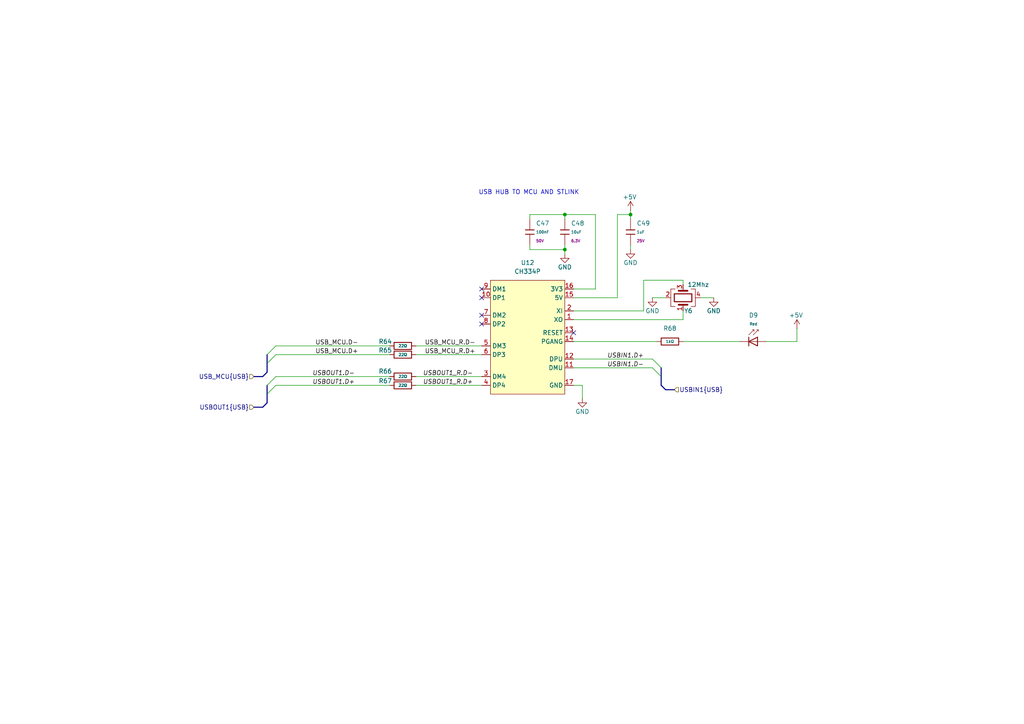
<source format=kicad_sch>
(kicad_sch (version 20231120) (generator "eeschema") (generator_version "8.0")
  (paper "A4")
  (title_block (date "2025-01-10") (rev "1.0") (company "Patryk Dudziński") (comment 1 "Referenced on desing from Artem Horiunov, Dominik Pluta"))
  (lib_symbols
    (symbol "CH334P:CH334P"
      (property "Reference" "U" (at -8.89 7.62 0))
      (property "Value" "CH334P" (at -1.27 1.27 0))
      (symbol "CH334P_1_1"
        (rectangle (start -10.16 6.35) (end 11.43 -26.67) (fill (type background)))
        (pin input line (at 13.97 -5.08 180) (length 2.54) (name "XO") (number "1"))
        (pin input line (at -12.7 1.27 0) (length 2.54) (name "DP1") (number "10"))
        (pin input line (at 13.97 -19.05 180) (length 2.54) (name "DMU") (number "11"))
        (pin input line (at 13.97 -16.51 180) (length 2.54) (name "DPU") (number "12"))
        (pin input line (at 13.97 -8.89 180) (length 2.54) (name "RESET") (number "13"))
        (pin input line (at 13.97 -11.43 180) (length 2.54) (name "PGANG") (number "14"))
        (pin input line (at 13.97 1.27 180) (length 2.54) (name "5V") (number "15"))
        (pin input line (at 13.97 3.81 180) (length 2.54) (name "3V3") (number "16"))
        (pin input line (at 13.97 -24.13 180) (length 2.54) (name "GND") (number "17"))
        (pin input line (at 13.97 -2.54 180) (length 2.54) (name "XI") (number "2"))
        (pin input line (at -12.7 -21.59 0) (length 2.54) (name "DM4") (number "3"))
        (pin input line (at -12.7 -24.13 0) (length 2.54) (name "DP4") (number "4"))
        (pin input line (at -12.7 -12.7 0) (length 2.54) (name "DM3") (number "5"))
        (pin input line (at -12.7 -15.24 0) (length 2.54) (name "DP3") (number "6"))
        (pin input line (at -12.7 -3.81 0) (length 2.54) (name "DM2") (number "7"))
        (pin input line (at -12.7 -6.35 0) (length 2.54) (name "DP2") (number "8"))
        (pin input line (at -12.7 3.81 0) (length 2.54) (name "DM1") (number "9"))
      )
    )
    (symbol "Device:Crystal_GND24" (pin_names (offset 1.016) hide)
      (property "Reference" "Y" (at 3.175 5.08 0))
      (property "Value" "Crystal_GND24" (at 3.175 3.175 0))
      (symbol "Crystal_GND24_0_1"
        (rectangle (start -1.143 2.54) (end 1.143 -2.54) (stroke (width 0.3048)))
        (polyline (pts (xy -2.54 0) (xy -2.032 0)))
        (polyline (pts (xy -2.032 -1.27) (xy -2.032 1.27)) (stroke (width 0.508)))
        (polyline (pts (xy 0 -3.81) (xy 0 -3.556)))
        (polyline (pts (xy 0 3.556) (xy 0 3.81)))
        (polyline (pts (xy 2.032 -1.27) (xy 2.032 1.27)) (stroke (width 0.508)))
        (polyline (pts (xy 2.032 0) (xy 2.54 0)))
        (polyline (pts (xy -2.54 -2.286) (xy -2.54 -3.556) (xy 2.54 -3.556) (xy 2.54 -2.286)))
        (polyline (pts (xy -2.54 2.286) (xy -2.54 3.556) (xy 2.54 3.556) (xy 2.54 2.286)))
      )
      (symbol "Crystal_GND24_1_1"
        (pin passive line (at -3.81 0 0) (length 1.27) (name "1") (number "1"))
        (pin passive line (at 0 5.08 270) (length 1.27) (name "2") (number "2"))
        (pin passive line (at 3.81 0 180) (length 1.27) (name "3") (number "3"))
        (pin passive line (at 0 -5.08 90) (length 1.27) (name "4") (number "4"))
      )
    )
    (symbol "GND_1" (power) (pin_numbers hide) (pin_names (offset 0) hide)
      (property "Value" "GND" (at 0 -3.81 0))
      (symbol "GND_1_0_1"
        (polyline (pts (xy 0 0) (xy 0 -1.27) (xy 1.27 -1.27) (xy 0 -2.54) (xy -1.27 -1.27) (xy 0 -1.27)))
      )
      (symbol "GND_1_1_1"
        (pin power_in line (at 0 0 270) (length 0) (name "~") (number "1"))
      )
    )
    (symbol "PCM_JLCPCB-Capacitors:0402,100nF,(2)" (pin_numbers hide) (pin_names (offset 0))
      (property "Reference" "C" (at 2.032 1.668 0))
      (property "Value" "100nF" (at 2.032 -0.3782 0))
      (property "Voltage Rated" "50V" (at 2.032 -2.0462 0))
      (symbol "0402,100nF,(2)_0_1"
        (polyline (pts (xy -1.27 -0.635) (xy 1.27 -0.635)) (stroke (width 0.254)))
        (polyline (pts (xy -1.27 0.635) (xy 1.27 0.635)) (stroke (width 0.254)))
      )
      (symbol "0402,100nF,(2)_1_1"
        (pin passive line (at 0 3.81 270) (length 3.175) (name "~") (number "1"))
        (pin passive line (at 0 -3.81 90) (length 3.175) (name "~") (number "2"))
      )
    )
    (symbol "PCM_JLCPCB-Capacitors:0402,10uF" (pin_numbers hide) (pin_names (offset 0))
      (property "Reference" "C" (at 2.032 1.668 0))
      (property "Value" "10uF" (at 2.032 -0.3782 0))
      (property "Voltage Rated" "6.3V" (at 2.032 -2.0462 0))
      (symbol "0402,10uF_0_1"
        (polyline (pts (xy -1.27 -0.635) (xy 1.27 -0.635)) (stroke (width 0.254)))
        (polyline (pts (xy -1.27 0.635) (xy 1.27 0.635)) (stroke (width 0.254)))
      )
      (symbol "0402,10uF_1_1"
        (pin passive line (at 0 3.81 270) (length 3.175) (name "~") (number "1"))
        (pin passive line (at 0 -3.81 90) (length 3.175) (name "~") (number "2"))
      )
    )
    (symbol "PCM_JLCPCB-Capacitors:0402,1uF" (pin_numbers hide) (pin_names (offset 0))
      (property "Reference" "C" (at 2.032 1.668 0))
      (property "Value" "1uF" (at 2.032 -0.3782 0))
      (property "Voltage Rated" "25V" (at 2.032 -2.0462 0))
      (symbol "0402,1uF_0_1"
        (polyline (pts (xy -1.27 -0.635) (xy 1.27 -0.635)) (stroke (width 0.254)))
        (polyline (pts (xy -1.27 0.635) (xy 1.27 0.635)) (stroke (width 0.254)))
      )
      (symbol "0402,1uF_1_1"
        (pin passive line (at 0 3.81 270) (length 3.175) (name "~") (number "1"))
        (pin passive line (at 0 -3.81 90) (length 3.175) (name "~") (number "2"))
      )
    )
    (symbol "PCM_JLCPCB-Diodes:LED,0603,Red" (pin_numbers hide) (pin_names (offset 0))
      (property "Reference" "D" (at 2.032 0.834 0))
      (property "Value" "Red" (at 2.032 -1.2122 0))
      (symbol "LED,0603,Red_0_1"
        (polyline (pts (xy -1.27 -1.27) (xy 1.27 -1.27)) (stroke (width 0.254)))
        (polyline (pts (xy -1.27 1.27) (xy 0 -1.27) (xy 1.27 1.27) (xy -1.27 1.27)) (stroke (width 0.254)))
        (polyline (pts (xy -1.905 -1.27) (xy -3.429 0.254) (xy -3.429 -0.254) (xy -3.429 0.254) (xy -2.921 0.254)) (stroke (width 0.127)))
        (polyline (pts (xy -1.905 0) (xy -3.429 1.524) (xy -3.429 1.016) (xy -3.429 1.524) (xy -2.921 1.524)) (stroke (width 0.127)))
      )
      (symbol "LED,0603,Red_1_1"
        (pin passive line (at 0 -3.81 90) (length 3.81) (name "~") (number "1"))
        (pin passive line (at 0 3.81 270) (length 3.81) (name "~") (number "2"))
      )
    )
    (symbol "PCM_JLCPCB-Resistors:0402,1kΩ" (pin_numbers hide) (pin_names (offset 0))
      (property "Reference" "R" (at 1.778 0 0))
      (property "Value" "1kΩ" (at 0 0 90))
      (symbol "0402,1kΩ_0_1"
        (rectangle (start -1.016 2.54) (end 1.016 -2.54) (stroke (width 0.254)))
      )
      (symbol "0402,1kΩ_1_1"
        (pin passive line (at 0 3.81 270) (length 1.27) (name "~") (number "1"))
        (pin passive line (at 0 -3.81 90) (length 1.27) (name "~") (number "2"))
      )
    )
    (symbol "PCM_JLCPCB-Resistors:0402,22Ω" (pin_numbers hide) (pin_names (offset 0))
      (property "Reference" "R" (at 1.778 0 0))
      (property "Value" "22Ω" (at 0 0 90))
      (symbol "0402,22Ω_0_1"
        (rectangle (start -1.016 2.54) (end 1.016 -2.54) (stroke (width 0.254)))
      )
      (symbol "0402,22Ω_1_1"
        (pin passive line (at 0 3.81 270) (length 1.27) (name "~") (number "1"))
        (pin passive line (at 0 -3.81 90) (length 1.27) (name "~") (number "2"))
      )
    )
    (symbol "power:+5V" (power) (pin_numbers hide) (pin_names (offset 0) hide)
      (property "Value" "+5V" (at 0 3.556 0))
      (symbol "+5V_0_1"
        (polyline (pts (xy -0.762 1.27) (xy 0 2.54)))
        (polyline (pts (xy 0 0) (xy 0 2.54)))
        (polyline (pts (xy 0 2.54) (xy 0.762 1.27)))
      )
      (symbol "+5V_1_1"
        (pin power_in line (at 0 0 90) (length 0) (name "~") (number "1"))
      )
    )
    (symbol "power:GND" (power) (pin_names (offset 0))
      (property "Value" "GND" (at 0 -3.81 0))
      (symbol "GND_0_1"
        (polyline (pts (xy 0 0) (xy 0 -1.27) (xy 1.27 -1.27) (xy 0 -2.54) (xy -1.27 -1.27) (xy 0 -1.27)))
      )
      (symbol "GND_1_1"
        (pin power_in line (at 0 0 270) (length 0) hide (name "GND") (number "1"))
      )
    )
  )
  (junction (at 163.83 62.23))
  (junction (at 163.83 72.39))
  (junction (at 182.88 62.23))
  (no_connect (at 166.37 96.52))
  (no_connect (at 139.7 83.82))
  (no_connect (at 139.7 93.98))
  (no_connect (at 139.7 86.36))
  (no_connect (at 139.7 91.44))
  (bus_entry (at 80.01 109.22) (size -2.54 2.54))
  (bus_entry (at 80.01 111.76) (size -2.54 2.54))
  (bus_entry (at 191.77 109.22) (size -2.54 -2.54))
  (bus_entry (at 191.77 106.68) (size -2.54 -2.54))
  (bus_entry (at 80.01 100.33) (size -2.54 2.54))
  (bus_entry (at 80.01 102.87) (size -2.54 2.54))
  (wire (pts (xy 120.65 109.22) (xy 139.7 109.22)))
  (wire (pts (xy 120.65 100.33) (xy 139.7 100.33)))
  (wire (pts (xy 172.72 62.23) (xy 172.72 83.82)))
  (wire (pts (xy 189.23 86.36) (xy 193.04 86.36)))
  (wire (pts (xy 203.2 86.36) (xy 207.01 86.36)))
  (bus (pts (xy 77.47 102.87) (xy 77.47 105.41)))
  (wire (pts (xy 80.01 100.33) (xy 113.03 100.33)))
  (bus (pts (xy 77.47 111.76) (xy 77.47 114.3)))
  (wire (pts (xy 166.37 92.71) (xy 198.12 92.71)))
  (bus (pts (xy 73.66 118.11) (xy 76.2 118.11)))
  (wire (pts (xy 166.37 86.36) (xy 179.07 86.36)))
  (wire (pts (xy 182.88 63.5) (xy 182.88 62.23)))
  (bus (pts (xy 191.77 109.22) (xy 191.77 111.76)))
  (wire (pts (xy 80.01 109.22) (xy 113.03 109.22)))
  (wire (pts (xy 80.01 102.87) (xy 113.03 102.87)))
  (wire (pts (xy 168.91 115.57) (xy 168.91 111.76)))
  (wire (pts (xy 179.07 62.23) (xy 179.07 86.36)))
  (wire (pts (xy 153.67 72.39) (xy 153.67 71.12)))
  (wire (pts (xy 166.37 83.82) (xy 172.72 83.82)))
  (wire (pts (xy 231.14 99.06) (xy 231.14 95.25)))
  (bus (pts (xy 77.47 114.3) (xy 77.47 116.84)))
  (wire (pts (xy 179.07 62.23) (xy 182.88 62.23)))
  (wire (pts (xy 166.37 99.06) (xy 190.5 99.06)))
  (bus (pts (xy 73.66 109.22) (xy 76.2 109.22)))
  (wire (pts (xy 182.88 60.96) (xy 182.88 62.23)))
  (wire (pts (xy 198.12 81.28) (xy 198.12 82.55)))
  (wire (pts (xy 182.88 71.12) (xy 182.88 72.39)))
  (wire (pts (xy 186.69 81.28) (xy 186.69 90.17)))
  (wire (pts (xy 222.25 99.06) (xy 231.14 99.06)))
  (wire (pts (xy 198.12 99.06) (xy 214.63 99.06)))
  (wire (pts (xy 120.65 111.76) (xy 139.7 111.76)))
  (bus (pts (xy 191.77 106.68) (xy 191.77 109.22)))
  (wire (pts (xy 163.83 71.12) (xy 163.83 72.39)))
  (wire (pts (xy 153.67 62.23) (xy 163.83 62.23)))
  (wire (pts (xy 163.83 63.5) (xy 163.83 62.23)))
  (bus (pts (xy 77.47 105.41) (xy 77.47 107.95)))
  (wire (pts (xy 163.83 72.39) (xy 163.83 73.66)))
  (wire (pts (xy 166.37 104.14) (xy 189.23 104.14)))
  (wire (pts (xy 168.91 111.76) (xy 166.37 111.76)))
  (wire (pts (xy 120.65 102.87) (xy 139.7 102.87)))
  (wire (pts (xy 166.37 90.17) (xy 186.69 90.17)))
  (wire (pts (xy 198.12 90.17) (xy 198.12 92.71)))
  (bus (pts (xy 193.04 113.03) (xy 195.58 113.03)))
  (bus (pts (xy 77.47 107.95) (xy 76.2 109.22)))
  (wire (pts (xy 186.69 81.28) (xy 198.12 81.28)))
  (wire (pts (xy 80.01 111.76) (xy 113.03 111.76)))
  (wire (pts (xy 153.67 62.23) (xy 153.67 63.5)))
  (bus (pts (xy 77.47 116.84) (xy 76.2 118.11)))
  (wire (pts (xy 166.37 106.68) (xy 189.23 106.68)))
  (bus (pts (xy 193.04 113.03) (xy 191.77 111.76)))
  (wire (pts (xy 153.67 72.39) (xy 163.83 72.39)))
  (wire (pts (xy 172.72 62.23) (xy 163.83 62.23)))
  (text "USB HUB TO MCU AND STLINK" (at 153.416 55.88 0) (effects (font (size 1.27 1.27))))
  (label "USBOUT1.D+" (at 102.87 111.76 180) (effects (font (italic yes))))
  (label "USBOUT1_R.D+" (at 137.16 111.76 180) (effects (font (italic yes))))
  (label "USBOUT1.D-" (at 102.87 109.22 180) (effects (font (italic yes))))
  (label "USB_MCU.D-" (at 91.44 100.33 0))
  (label "USB_MCU_R.D-" (at 123.19 100.33 0))
  (label "USBIN1.D-" (at 186.69 106.68 180) (effects (font (italic yes))))
  (label "USBIN1.D+" (at 186.69 104.14 180) (effects (font (italic yes))))
  (label "USB_MCU_R.D+" (at 123.19 102.87 0))
  (label "USB_MCU.D+" (at 91.44 102.87 0))
  (label "USBOUT1_R.D-" (at 137.16 109.22 180) (effects (font (italic yes))))
  (hierarchical_label "USBIN1{USB}" (shape input) (at 195.58 113.03 0))
  (hierarchical_label "USB_MCU{USB}" (shape input) (at 73.66 109.22 180))
  (hierarchical_label "USBOUT1{USB}" (shape input) (at 73.66 118.11 180))
  (symbol (lib_id "PCM_JLCPCB-Capacitors:0402,1uF") (at 182.88 67.31 0) (unit 1)
    (property "Reference" "C49" (at 184.658 64.77 0) (effects (justify left)))
    (property "Value" "1uF" (at 184.658 67.3101 0) (effects (font (size 0.8 0.8)) (justify left)))
    (property "Footprint" "PCM_JLCPCB:C_0402" (effects (hide yes)))
    (property "Datasheet" "https://www.lcsc.com/datasheet/lcsc_datasheet_2304140030_Samsung-Electro-Mechanics-CL05A105KA5NQNC_C52923.pdf" (effects (hide yes)))
    (property "Description" "25V 1uF X5R ±10% 0402 Multilayer Ceramic Capacitors MLCC - SMD/SMT ROHS" (effects (hide yes)))
    (property "LCSC" "C52923" (effects (hide yes)))
    (property "Stock" "6814914" (effects (hide yes)))
    (property "Price" "0.006USD" (effects (hide yes)))
    (property "Process" "SMT" (effects (hide yes)))
    (property "Minimum Qty" "20" (effects (hide yes)))
    (property "Attrition Qty" "10" (effects (hide yes)))
    (property "Class" "Basic Component" (effects (hide yes)))
    (property "Category" "Capacitors,Multilayer Ceramic Capacitors MLCC - SMD/SMT" (effects (hide yes)))
    (property "Manufacturer" "Samsung Electro-Mechanics" (effects (hide yes)))
    (property "Part" "CL05A105KA5NQNC" (effects (hide yes)))
    (property "Voltage Rated" "25V" (at 184.658 69.8501 0) (effects (font (size 0.8 0.8)) (justify left)))
    (property "Tolerance" "±10%" (effects (hide yes)))
    (property "Capacitance" "1uF" (effects (hide yes)))
    (property "Temperature Coefficient" "X5R" (effects (hide yes)))
  )
  (symbol (lib_id "power:GND") (at 207.01 86.36 0) (unit 1)
    (property "Reference" "#PWR0114" (effects (hide yes)))
    (property "Value" "GND" (at 207.01 90.17 0))
  )
  (symbol (lib_id "CH334P:CH334P") (at 152.4 87.63 0) (unit 1)
    (property "Reference" "U12" (at 153.035 76.2 0))
    (property "Value" "CH334P" (at 153.035 78.74 0))
    (property "Footprint" "Package_DFN_QFN:QFN-16-1EP_3x3mm_P0.5mm_EP1.7x1.7mm" (effects (hide yes)))
    (property "Datasheet" "https://www.lcsc.com/datasheet/lcsc_datasheet_2408131044_WCH-Jiangsu-Qin-Heng-CH334P_C5373042.pdf" (effects (hide yes)))
    (property "Description" "4 Port Hub with MTT" (effects (hide yes)))
  )
  (symbol (lib_id "PCM_JLCPCB-Capacitors:0402,100nF,(2)") (at 153.67 67.31 0) (unit 1)
    (property "Reference" "C47" (at 155.448 64.7699 0) (effects (justify left)))
    (property "Value" "100nF" (at 155.448 67.31 0) (effects (font (size 0.8 0.8)) (justify left)))
    (property "Footprint" "PCM_JLCPCB:C_0402" (effects (hide yes)))
    (property "Datasheet" "https://www.lcsc.com/datasheet/lcsc_datasheet_2304140030_Samsung-Electro-Mechanics-CL05B104KB54PNC_C307331.pdf" (effects (hide yes)))
    (property "Description" "50V 100nF X7R ±10% 0402 Multilayer Ceramic Capacitors MLCC - SMD/SMT ROHS" (effects (hide yes)))
    (property "LCSC" "C307331" (effects (hide yes)))
    (property "Stock" "3851753" (effects (hide yes)))
    (property "Price" "0.008USD" (effects (hide yes)))
    (property "Process" "SMT" (effects (hide yes)))
    (property "Minimum Qty" "20" (effects (hide yes)))
    (property "Attrition Qty" "10" (effects (hide yes)))
    (property "Class" "Basic Component" (effects (hide yes)))
    (property "Category" "Capacitors,Multilayer Ceramic Capacitors MLCC - SMD/SMT" (effects (hide yes)))
    (property "Manufacturer" "Samsung Electro-Mechanics" (effects (hide yes)))
    (property "Part" "CL05B104KB54PNC" (effects (hide yes)))
    (property "Voltage Rated" "50V" (at 155.448 69.85 0) (effects (font (size 0.8 0.8)) (justify left)))
    (property "Tolerance" "±10%" (effects (hide yes)))
    (property "Capacitance" "100nF" (effects (hide yes)))
    (property "Temperature Coefficient" "X7R" (effects (hide yes)))
  )
  (symbol (lib_id "power:GND") (at 189.23 86.36 0) (unit 1)
    (property "Reference" "#PWR0113" (effects (hide yes)))
    (property "Value" "GND" (at 189.23 90.17 0))
  )
  (symbol (lib_id "Device:Crystal_GND24") (at 198.12 86.36 90) (unit 1)
    (property "Reference" "Y6" (at 198.374 90.17 90) (effects (justify right)))
    (property "Value" "12Mhz" (at 199.39 82.55 90) (effects (justify right)))
    (property "Footprint" "Crystal:Crystal_SMD_3225-4Pin_3.2x2.5mm" (effects (hide yes)))
  )
  (symbol (lib_id "PCM_JLCPCB-Resistors:0402,22Ω") (at 116.84 109.22 90) (unit 1)
    (property "Reference" "R66" (at 111.76 107.696 90))
    (property "Value" "22Ω" (at 116.84 109.22 90) (effects (font (size 0.8 0.8))))
    (property "Footprint" "PCM_JLCPCB:R_0402" (effects (hide yes)))
    (property "Datasheet" "https://www.lcsc.com/datasheet/lcsc_datasheet_2205311900_UNI-ROYAL-Uniroyal-Elec-0402WGF220JTCE_C25092.pdf" (effects (hide yes)))
    (property "Description" "62.5mW Thick Film Resistors 50V ±1% ±100ppm/°C 22Ω 0402 Chip Resistor - Surface Mount ROHS" (effects (hide yes)))
    (property "LCSC" "C25092" (effects (hide yes)))
    (property "Stock" "2497993" (effects (hide yes)))
    (property "Price" "0.004USD" (effects (hide yes)))
    (property "Process" "SMT" (effects (hide yes)))
    (property "Minimum Qty" "20" (effects (hide yes)))
    (property "Attrition Qty" "10" (effects (hide yes)))
    (property "Class" "Basic Component" (effects (hide yes)))
    (property "Category" "Resistors,Chip Resistor - Surface Mount" (effects (hide yes)))
    (property "Manufacturer" "UNI-ROYAL(Uniroyal Elec)" (effects (hide yes)))
    (property "Part" "0402WGF220JTCE" (effects (hide yes)))
    (property "Resistance" "22Ω" (effects (hide yes)))
    (property "Power(Watts)" "62.5mW" (effects (hide yes)))
    (property "Type" "Thick Film Resistors" (effects (hide yes)))
    (property "Overload Voltage (Max)" "50V" (effects (hide yes)))
    (property "Operating Temperature Range" "-55°C~+155°C" (effects (hide yes)))
    (property "Tolerance" "±1%" (effects (hide yes)))
    (property "Temperature Coefficient" "±100ppm/°C" (effects (hide yes)))
  )
  (symbol (lib_id "PCM_JLCPCB-Resistors:0402,1kΩ") (at 194.31 99.06 90) (unit 1)
    (property "Reference" "R68" (at 194.31 95.25 90))
    (property "Value" "1kΩ" (at 194.31 99.06 90) (effects (font (size 0.8 0.8))))
    (property "Footprint" "PCM_JLCPCB:R_0402" (effects (hide yes)))
    (property "Datasheet" "https://www.lcsc.com/datasheet/lcsc_datasheet_2206010216_UNI-ROYAL-Uniroyal-Elec-0402WGF1001TCE_C11702.pdf" (effects (hide yes)))
    (property "Description" "62.5mW Thick Film Resistors 50V ±100ppm/°C ±1% 1kΩ 0402 Chip Resistor - Surface Mount ROHS" (effects (hide yes)))
    (property "LCSC" "C11702" (effects (hide yes)))
    (property "Stock" "10672962" (effects (hide yes)))
    (property "Price" "0.004USD" (effects (hide yes)))
    (property "Process" "SMT" (effects (hide yes)))
    (property "Minimum Qty" "20" (effects (hide yes)))
    (property "Attrition Qty" "10" (effects (hide yes)))
    (property "Class" "Basic Component" (effects (hide yes)))
    (property "Category" "Resistors,Chip Resistor - Surface Mount" (effects (hide yes)))
    (property "Manufacturer" "UNI-ROYAL(Uniroyal Elec)" (effects (hide yes)))
    (property "Part" "0402WGF1001TCE" (effects (hide yes)))
    (property "Resistance" "1kΩ" (effects (hide yes)))
    (property "Power(Watts)" "62.5mW" (effects (hide yes)))
    (property "Type" "Thick Film Resistors" (effects (hide yes)))
    (property "Overload Voltage (Max)" "50V" (effects (hide yes)))
    (property "Operating Temperature Range" "-55°C~+155°C" (effects (hide yes)))
    (property "Tolerance" "±1%" (effects (hide yes)))
    (property "Temperature Coefficient" "±100ppm/°C" (effects (hide yes)))
  )
  (symbol (lib_id "power:+5V") (at 182.88 60.96 0) (unit 1)
    (property "Reference" "#PWR0111" (effects (hide yes)))
    (property "Value" "+5V" (at 182.626 57.15 0))
    (property "Description" "Power symbol creates a global label with name \"+5V\"" (effects (hide yes)))
  )
  (symbol (lib_id "PCM_JLCPCB-Resistors:0402,22Ω") (at 116.84 100.33 90) (unit 1)
    (property "Reference" "R64" (at 111.76 99.06 90))
    (property "Value" "22Ω" (at 116.84 100.33 90) (effects (font (size 0.8 0.8))))
    (property "Footprint" "PCM_JLCPCB:R_0402" (effects (hide yes)))
    (property "Datasheet" "https://www.lcsc.com/datasheet/lcsc_datasheet_2205311900_UNI-ROYAL-Uniroyal-Elec-0402WGF220JTCE_C25092.pdf" (effects (hide yes)))
    (property "Description" "62.5mW Thick Film Resistors 50V ±1% ±100ppm/°C 22Ω 0402 Chip Resistor - Surface Mount ROHS" (effects (hide yes)))
    (property "LCSC" "C25092" (effects (hide yes)))
    (property "Stock" "2497993" (effects (hide yes)))
    (property "Price" "0.004USD" (effects (hide yes)))
    (property "Process" "SMT" (effects (hide yes)))
    (property "Minimum Qty" "20" (effects (hide yes)))
    (property "Attrition Qty" "10" (effects (hide yes)))
    (property "Class" "Basic Component" (effects (hide yes)))
    (property "Category" "Resistors,Chip Resistor - Surface Mount" (effects (hide yes)))
    (property "Manufacturer" "UNI-ROYAL(Uniroyal Elec)" (effects (hide yes)))
    (property "Part" "0402WGF220JTCE" (effects (hide yes)))
    (property "Resistance" "22Ω" (effects (hide yes)))
    (property "Power(Watts)" "62.5mW" (effects (hide yes)))
    (property "Type" "Thick Film Resistors" (effects (hide yes)))
    (property "Overload Voltage (Max)" "50V" (effects (hide yes)))
    (property "Operating Temperature Range" "-55°C~+155°C" (effects (hide yes)))
    (property "Tolerance" "±1%" (effects (hide yes)))
    (property "Temperature Coefficient" "±100ppm/°C" (effects (hide yes)))
  )
  (symbol (lib_id "PCM_JLCPCB-Resistors:0402,22Ω") (at 116.84 102.87 90) (unit 1)
    (property "Reference" "R65" (at 111.76 101.6 90))
    (property "Value" "22Ω" (at 116.84 102.87 90) (effects (font (size 0.8 0.8))))
    (property "Footprint" "PCM_JLCPCB:R_0402" (effects (hide yes)))
    (property "Datasheet" "https://www.lcsc.com/datasheet/lcsc_datasheet_2205311900_UNI-ROYAL-Uniroyal-Elec-0402WGF220JTCE_C25092.pdf" (effects (hide yes)))
    (property "Description" "62.5mW Thick Film Resistors 50V ±1% ±100ppm/°C 22Ω 0402 Chip Resistor - Surface Mount ROHS" (effects (hide yes)))
    (property "LCSC" "C25092" (effects (hide yes)))
    (property "Stock" "2497993" (effects (hide yes)))
    (property "Price" "0.004USD" (effects (hide yes)))
    (property "Process" "SMT" (effects (hide yes)))
    (property "Minimum Qty" "20" (effects (hide yes)))
    (property "Attrition Qty" "10" (effects (hide yes)))
    (property "Class" "Basic Component" (effects (hide yes)))
    (property "Category" "Resistors,Chip Resistor - Surface Mount" (effects (hide yes)))
    (property "Manufacturer" "UNI-ROYAL(Uniroyal Elec)" (effects (hide yes)))
    (property "Part" "0402WGF220JTCE" (effects (hide yes)))
    (property "Resistance" "22Ω" (effects (hide yes)))
    (property "Power(Watts)" "62.5mW" (effects (hide yes)))
    (property "Type" "Thick Film Resistors" (effects (hide yes)))
    (property "Overload Voltage (Max)" "50V" (effects (hide yes)))
    (property "Operating Temperature Range" "-55°C~+155°C" (effects (hide yes)))
    (property "Tolerance" "±1%" (effects (hide yes)))
    (property "Temperature Coefficient" "±100ppm/°C" (effects (hide yes)))
  )
  (symbol (lib_id "PCM_JLCPCB-Diodes:LED,0603,Red") (at 218.44 99.06 270) (unit 1)
    (property "Reference" "D9" (at 218.5352 91.44 90))
    (property "Value" "Red" (at 218.5352 93.98 90) (effects (font (size 0.8 0.8))))
    (property "Footprint" "PCM_JLCPCB:D_0603" (effects (hide yes)))
    (property "Datasheet" "https://www.lcsc.com/datasheet/lcsc_datasheet_1810231112_Hubei-KENTO-Elec-KT-0603R_C2286.pdf" (effects (hide yes)))
    (property "Description" "-40°C~+85°C Red 0603 LED Indication - Discrete ROHS" (effects (hide yes)))
    (property "LCSC" "C2286" (effects (hide yes)))
    (property "Stock" "2282993" (effects (hide yes)))
    (property "Price" "0.009USD" (effects (hide yes)))
    (property "Process" "SMT" (effects (hide yes)))
    (property "Minimum Qty" "20" (effects (hide yes)))
    (property "Attrition Qty" "6" (effects (hide yes)))
    (property "Class" "Basic Component" (effects (hide yes)))
    (property "Category" "Optocouplers & LEDs & Infrared,Light Emitting Diodes (LED)" (effects (hide yes)))
    (property "Manufacturer" "Hubei KENTO Elec" (effects (hide yes)))
    (property "Part" "KT-0603R" (effects (hide yes)))
  )
  (symbol (lib_name "GND_1") (lib_id "power:GND") (at 168.91 115.57 0) (unit 1)
    (property "Reference" "#PWR0110" (effects (hide yes)))
    (property "Value" "GND" (at 168.91 119.38 0))
    (property "Description" "Power symbol creates a global label with name \"GND\" , ground" (effects (hide yes)))
  )
  (symbol (lib_id "PCM_JLCPCB-Capacitors:0402,10uF") (at 163.83 67.31 0) (unit 1)
    (property "Reference" "C48" (at 165.608 64.7699 0) (effects (justify left)))
    (property "Value" "10uF" (at 165.608 67.31 0) (effects (font (size 0.8 0.8)) (justify left)))
    (property "Footprint" "PCM_JLCPCB:C_0402" (effects (hide yes)))
    (property "Datasheet" "https://www.lcsc.com/datasheet/lcsc_datasheet_2208231630_Samsung-Electro-Mechanics-CL05A106MQ5NUNC_C15525.pdf" (effects (hide yes)))
    (property "Description" "6.3V 10uF X5R ±20% 0402 Multilayer Ceramic Capacitors MLCC - SMD/SMT ROHS" (effects (hide yes)))
    (property "LCSC" "C15525" (effects (hide yes)))
    (property "Stock" "7825129" (effects (hide yes)))
    (property "Price" "0.007USD" (effects (hide yes)))
    (property "Process" "SMT" (effects (hide yes)))
    (property "Minimum Qty" "20" (effects (hide yes)))
    (property "Attrition Qty" "10" (effects (hide yes)))
    (property "Class" "Basic Component" (effects (hide yes)))
    (property "Category" "Capacitors,Multilayer Ceramic Capacitors MLCC - SMD/SMT" (effects (hide yes)))
    (property "Manufacturer" "Samsung Electro-Mechanics" (effects (hide yes)))
    (property "Part" "CL05A106MQ5NUNC" (effects (hide yes)))
    (property "Voltage Rated" "6.3V" (at 165.608 69.85 0) (effects (font (size 0.8 0.8)) (justify left)))
    (property "Tolerance" "±20%" (effects (hide yes)))
    (property "Capacitance" "10uF" (effects (hide yes)))
    (property "Temperature Coefficient" "X5R" (effects (hide yes)))
  )
  (symbol (lib_id "power:+5V") (at 231.14 95.25 0) (unit 1)
    (property "Reference" "#PWR0115" (effects (hide yes)))
    (property "Value" "+5V" (at 230.886 91.44 0))
    (property "Description" "Power symbol creates a global label with name \"+5V\"" (effects (hide yes)))
  )
  (symbol (lib_id "PCM_JLCPCB-Resistors:0402,22Ω") (at 116.84 111.76 90) (unit 1)
    (property "Reference" "R67" (at 111.76 110.49 90))
    (property "Value" "22Ω" (at 116.84 111.76 90) (effects (font (size 0.8 0.8))))
    (property "Footprint" "PCM_JLCPCB:R_0402" (effects (hide yes)))
    (property "Datasheet" "https://www.lcsc.com/datasheet/lcsc_datasheet_2205311900_UNI-ROYAL-Uniroyal-Elec-0402WGF220JTCE_C25092.pdf" (effects (hide yes)))
    (property "Description" "62.5mW Thick Film Resistors 50V ±1% ±100ppm/°C 22Ω 0402 Chip Resistor - Surface Mount ROHS" (effects (hide yes)))
    (property "LCSC" "C25092" (effects (hide yes)))
    (property "Stock" "2497993" (effects (hide yes)))
    (property "Price" "0.004USD" (effects (hide yes)))
    (property "Process" "SMT" (effects (hide yes)))
    (property "Minimum Qty" "20" (effects (hide yes)))
    (property "Attrition Qty" "10" (effects (hide yes)))
    (property "Class" "Basic Component" (effects (hide yes)))
    (property "Category" "Resistors,Chip Resistor - Surface Mount" (effects (hide yes)))
    (property "Manufacturer" "UNI-ROYAL(Uniroyal Elec)" (effects (hide yes)))
    (property "Part" "0402WGF220JTCE" (effects (hide yes)))
    (property "Resistance" "22Ω" (effects (hide yes)))
    (property "Power(Watts)" "62.5mW" (effects (hide yes)))
    (property "Type" "Thick Film Resistors" (effects (hide yes)))
    (property "Overload Voltage (Max)" "50V" (effects (hide yes)))
    (property "Operating Temperature Range" "-55°C~+155°C" (effects (hide yes)))
    (property "Tolerance" "±1%" (effects (hide yes)))
    (property "Temperature Coefficient" "±100ppm/°C" (effects (hide yes)))
  )
  (symbol (lib_id "power:GND") (at 163.83 73.66 0) (unit 1)
    (property "Reference" "#PWR0109" (effects (hide yes)))
    (property "Value" "GND" (at 163.83 77.47 0))
  )
  (symbol (lib_id "power:GND") (at 182.88 72.39 0) (mirror y) (unit 1)
    (property "Reference" "#PWR0112" (effects (hide yes)))
    (property "Value" "GND" (at 182.88 76.2 0))
  )
)
</source>
